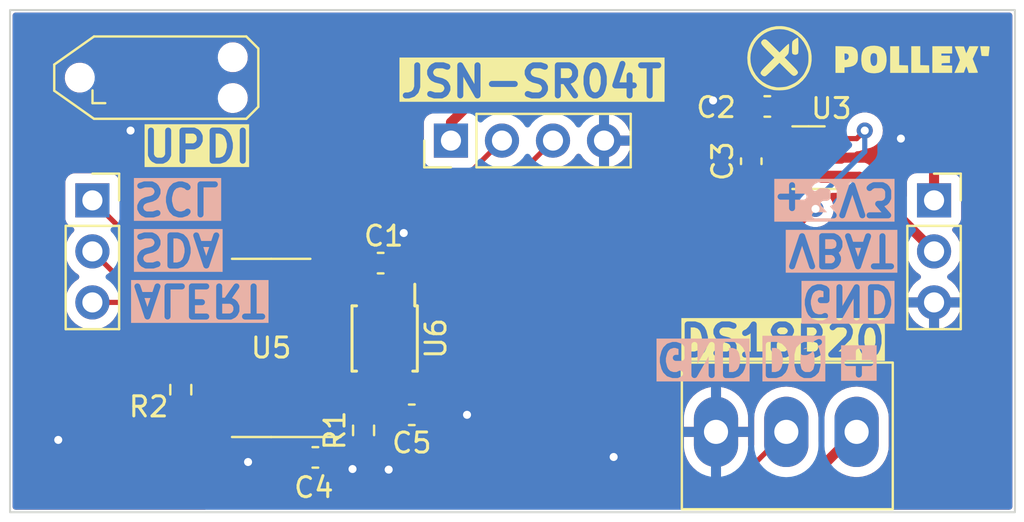
<source format=kicad_pcb>
(kicad_pcb (version 20221018) (generator pcbnew)
  (layers (0 "F.Cu" signal) (31 "B.Cu" signal) (34 "B.Paste" user) (35 "F.Paste" user) (36 "B.SilkS" user "B.Silkscreen") (37 "F.SilkS" user "F.Silkscreen") (38 "B.Mask" user) (39 "F.Mask" user) (44 "Edge.Cuts" user))
  (net 0 "")
  (net 1 "+3V3")
  (net 2 "GND")
  (net 3 "Net-(U3-BP)")
  (net 4 "+5V?")
  (net 6 "/UPDI")
  (net 13 "/I2C_SCL")
  (net 14 "/I2C_SDA")
  (net 15 "/SMBALERT")
  (net 16 "/UART_TX_High")
  (net 17 "/UART_RX_High")
  (net 18 "+BATT")
  (net 19 "/5V_EN")
  (net 20 "/OneWire_Low")
  (net 21 "/UART_RX_Low")
  (net 22 "/UART_TX_Low")
  (net 23 "/OW_VCC")
  (footprint "Resistor_SMD:R_0603_1608Metric" (layer "F.Cu") (at 108.5 118.9 -90)
    (fp_text reference "R2" (at 0.85 1.6) (layer "F.SilkS"))
    (fp_text value "4k7")
    (fp_line (start -0.237258 -0.5225) (end 0.237258 -0.5225) (stroke (width 0.12)) (layer "F.SilkS"))
    (fp_line (start -0.237258 0.5225) (end 0.237258 0.5225) (stroke (width 0.12)) (layer "F.SilkS"))
    (pad "1" smd roundrect (at -0.825 0 270) (size 0.8 0.95) (layers "F.Cu" "F.Paste" "F.Mask") (net 23 "/OW_VCC"))
    (pad "2" smd roundrect (at 0.825 0 270) (size 0.8 0.95) (layers "F.Cu" "F.Paste" "F.Mask") (net 20 "/OneWire_Low"))
  )
  (footprint "Logos:logo-pollex-15mm" (layer "F.Cu") (at 144.2 102.4)
    (fp_text reference "G***" hide)
    (fp_text value "LOGO" hide)
    (fp_poly (pts (xy 0.064304 -0.129357) (xy 0.064304 0.341454) (xy 0.284009 0.347563) (xy 0.503713 0.353671) (xy 0.509906 0.541224) (xy 0.5161 0.728777) (xy 0.065139 0.728777) (xy -0.385823 0.728777) (xy -0.385823 0.064304) (xy -0.385823 -0.600168) (xy -0.160759 -0.600168) (xy 0.064304 -0.600168)) (fill solid) (layer "F.SilkS"))
    (fp_poly (pts (xy 1.114599 -0.129357) (xy 1.114599 0.341454) (xy 1.334304 0.347563) (xy 1.554009 0.353671) (xy 1.560202 0.541224) (xy 1.566395 0.728777) (xy 1.115434 0.728777) (xy 0.664473 0.728777) (xy 0.664473 0.064304) (xy 0.664473 -0.600168) (xy 0.889536 -0.600168) (xy 1.114599 -0.600168)) (fill solid) (layer "F.SilkS"))
    (fp_poly (pts (xy 4.441106 -0.598744) (xy 4.513996 -0.594101) (xy 4.55389 -0.585681) (xy 4.565692 -0.573375) (xy 4.56339 -0.541812) (xy 4.557086 -0.478051) (xy 4.547843 -0.392459) (xy 4.540398 -0.326877) (xy 4.514983 -0.107173) (xy 4.336648 -0.107173) (xy 4.255281 -0.109377) (xy 4.193381 -0.115251) (xy 4.160894 -0.123685) (xy 4.158312 -0.127056) (xy 4.155604 -0.158202) (xy 4.148516 -0.219672) (xy 4.138608 -0.299336) (xy 4.127439 -0.385062) (xy 4.116566 -0.464718) (xy 4.107549 -0.526173) (xy 4.105105 -0.541223) (xy 4.09508 -0.600168) (xy 4.330325 -0.600168)) (fill solid) (layer "F.SilkS"))
    (fp_poly (pts (xy 2.70076 -0.417974) (xy 2.70076 -0.23578) (xy 2.432827 -0.23578) (xy 2.164895 -0.23578) (xy 2.164895 -0.182194) (xy 2.164895 -0.128607) (xy 2.379241 -0.128607) (xy 2.593587 -0.128607) (xy 2.593587 0.052811) (xy 2.593587 0.234229) (xy 2.384599 0.240363) (xy 2.288796 0.243568) (xy 2.227926 0.247884) (xy 2.194067 0.255577) (xy 2.179298 0.268909) (xy 2.175699 0.290145) (xy 2.175612 0.300085) (xy 2.175612 0.353671) (xy 2.438186 0.35969) (xy 2.70076 0.365708) (xy 2.70076 0.547242) (xy 2.70076 0.728777) (xy 2.207764 0.728777) (xy 1.714768 0.728777) (xy 1.714768 0.064304) (xy 1.714768 -0.600168) (xy 2.207764 -0.600168) (xy 2.70076 -0.600168)) (fill solid) (layer "F.SilkS"))
    (fp_poly (pts (xy -4.973596 -1.018619) (xy -4.964995 -0.991838) (xy -4.958345 -0.925337) (xy -4.953822 -0.822228) (xy -4.951599 -0.685624) (xy -4.951392 -0.621553) (xy -4.951599 -0.484627) (xy -4.952706 -0.38419) (xy -4.955441 -0.313865) (xy -4.960536 -0.267271) (xy -4.968717 -0.23803) (xy -4.980716 -0.219763) (xy -4.99726 -0.20609) (xy -4.999031 -0.204844) (xy -5.056279 -0.180029) (xy -5.112152 -0.171476) (xy -5.176724 -0.182596) (xy -5.225273 -0.204844) (xy -5.244642 -0.220814) (xy -5.257906 -0.241876) (xy -5.266214 -0.275679) (xy -5.270717 -0.329872) (xy -5.272566 -0.412105) (xy -5.272911 -0.521593) (xy -5.271596 -0.649294) (xy -5.267232 -0.740714) (xy -5.259195 -0.802373) (xy -5.246859 -0.840789) (xy -5.241394 -0.849972) (xy -5.205128 -0.887977) (xy -5.150217 -0.931073) (xy -5.087978 -0.972134) (xy -5.029723 -1.004036) (xy -4.986768 -1.019653)) (fill solid) (layer "F.SilkS"))
    (fp_poly (pts (xy -2.705437 -0.59648) (xy -2.5633 -0.593709) (xy -2.456691 -0.590475) (xy -2.378269 -0.58589) (xy -2.320695 -0.579067) (xy -2.276629 -0.569117) (xy -2.238733 -0.555154) (xy -2.199665 -0.536289) (xy -2.197206 -0.535025) (xy -2.111274 -0.478571) (xy -2.050896 -0.407356) (xy -2.012857 -0.314396) (xy -1.993941 -0.192708) (xy -1.990355 -0.085738) (xy -1.992285 0.018203) (xy -1.999605 0.093039) (xy -2.014616 0.152423) (xy -2.039617 0.210008) (xy -2.040439 0.211639) (xy -2.11218 0.306772) (xy -2.218992 0.377445) (xy -2.360951 0.423697) (xy -2.491772 0.442488) (xy -2.65789 0.456417) (xy -2.65789 0.592597) (xy -2.65789 0.728777) (xy -2.882953 0.728777) (xy -3.108017 0.728777) (xy -3.108017 0.062634) (xy -3.108017 -0.23578) (xy -2.65789 -0.23578) (xy -2.65789 -0.08931) (xy -2.655937 -0.013679) (xy -2.650817 0.044045) (xy -2.643636 0.071413) (xy -2.6436 0.071449) (xy -2.601722 0.085988) (xy -2.546461 0.070288) (xy -2.496156 0.033127) (xy -2.453501 -0.032782) (xy -2.443656 -0.103104) (xy -2.46319 -0.167344) (xy -2.508673 -0.215012) (xy -2.576674 -0.235612) (xy -2.584084 -0.23578) (xy -2.65789 -0.23578) (xy -3.108017 -0.23578) (xy -3.108017 -0.603508)) (fill solid) (layer "F.SilkS"))
    (fp_poly (pts (xy -1.012167 -0.610505) (xy -0.87408 -0.571576) (xy -0.763481 -0.511567) (xy -0.715207 -0.468288) (xy -0.646447 -0.364771) (xy -0.59641 -0.23041) (xy -0.567178 -0.073871) (xy -0.560831 0.096185) (xy -0.564549 0.159054) (xy -0.59283 0.339) (xy -0.64516 0.483985) (xy -0.723357 0.595699) (xy -0.82924 0.675836) (xy -0.964625 0.726087) (xy -1.131332 0.748145) (xy -1.198869 0.749512) (xy -1.341311 0.739399) (xy -1.466206 0.712345) (xy -1.478692 0.708222) (xy -1.599827 0.649384) (xy -1.693613 0.564562) (xy -1.761367 0.451242) (xy -1.804408 0.306911) (xy -1.82405 0.129056) (xy -1.825647 0.046197) (xy -1.824924 0.034827) (xy -1.368924 0.034827) (xy -1.363234 0.141179) (xy -1.344565 0.238034) (xy -1.313154 0.312882) (xy -1.29528 0.335699) (xy -1.24415 0.375306) (xy -1.19203 0.383313) (xy -1.128813 0.365718) (xy -1.079568 0.327327) (xy -1.047634 0.254985) (xy -1.032483 0.146702) (xy -1.033359 0.004776) (xy -1.039638 -0.087582) (xy -1.048548 -0.147531) (xy -1.062839 -0.185527) (xy -1.085264 -0.212031) (xy -1.091868 -0.217606) (xy -1.161071 -0.250951) (xy -1.235822 -0.252236) (xy -1.2999 -0.221574) (xy -1.305748 -0.216108) (xy -1.340418 -0.156326) (xy -1.361398 -0.068511) (xy -1.368924 0.034827) (xy -1.824924 0.034827) (xy -1.813546 -0.144119) (xy -1.777383 -0.299931) (xy -1.715809 -0.423096) (xy -1.627473 -0.515468) (xy -1.511026 -0.578902) (xy -1.365119 -0.615254) (xy -1.342254 -0.618289) (xy -1.170605 -0.626645)) (fill solid) (layer "F.SilkS"))
    (fp_poly (pts (xy 3.87475 -0.599569) (xy 3.949026 -0.597946) (xy 3.996108 -0.595567) (xy 4.00827 -0.593373) (xy 3.999823 -0.57259) (xy 3.976496 -0.519603) (xy 3.941308 -0.441163) (xy 3.89728 -0.34402) (xy 3.867369 -0.278455) (xy 3.726468 0.029669) (xy 3.856652 0.36374) (xy 3.899882 0.475559) (xy 3.93704 0.573355) (xy 3.965543 0.650197) (xy 3.98281 0.699149) (xy 3.986836 0.713294) (xy 3.966857 0.719562) (xy 3.912735 0.724612) (xy 3.83319 0.727863) (xy 3.754829 0.728777) (xy 3.522822 0.728777) (xy 3.472405 0.568017) (xy 3.447124 0.492582) (xy 3.425112 0.43613) (xy 3.410302 0.408506) (xy 3.408193 0.407258) (xy 3.395094 0.425965) (xy 3.372863 0.475513) (xy 3.34583 0.546042) (xy 3.339927 0.562659) (xy 3.285455 0.71806) (xy 3.04819 0.724106) (xy 2.810924 0.730153) (xy 2.948352 0.424022) (xy 2.995639 0.316996) (xy 3.03595 0.222539) (xy 3.066228 0.148072) (xy 3.083415 0.10102) (xy 3.086181 0.089439) (xy 3.078494 0.060663) (xy 3.057018 -0.000156) (xy 3.024564 -0.085536) (xy 2.983943 -0.187996) (xy 2.957975 -0.251752) (xy 2.91403 -0.359737) (xy 2.876544 -0.453992) (xy 2.848313 -0.527316) (xy 2.832131 -0.572509) (xy 2.829367 -0.583055) (xy 2.849318 -0.590086) (xy 2.903323 -0.594727) (xy 2.982608 -0.596498) (xy 3.058019 -0.595535) (xy 3.286672 -0.589451) (xy 3.344987 -0.417974) (xy 3.403303 -0.246497) (xy 3.446619 -0.342953) (xy 3.480947 -0.420908) (xy 3.514253 -0.498862) (xy 3.522946 -0.519789) (xy 3.555956 -0.600168) (xy 3.782113 -0.600168)) (fill solid) (layer "F.SilkS"))
    (fp_poly (pts (xy -6.59907 -0.941118) (xy -6.571031 -0.932583) (xy -6.538183 -0.913735) (xy -6.495831 -0.880789) (xy -6.439279 -0.829962) (xy -6.36383 -0.757471) (xy -6.264791 -0.659532) (xy -6.221706 -0.616566) (xy -5.894638 -0.290009) (xy -5.670216 -0.513668) (xy -5.590514 -0.590958) (xy -5.52097 -0.654373) (xy -5.467264 -0.699041) (xy -5.435078 -0.720093) (xy -5.429015 -0.720459) (xy -5.420307 -0.689626) (xy -5.416586 -0.627561) (xy -5.417258 -0.54554) (xy -5.421726 -0.454834) (xy -5.429394 -0.366717) (xy -5.439667 -0.292463) (xy -5.451949 -0.243345) (xy -5.454529 -0.237652) (xy -5.487818 -0.189038) (xy -5.537843 -0.131162) (xy -5.560608 -0.108173) (xy -5.637617 -0.034152) (xy -5.305222 0.300597) (xy -5.186855 0.420744) (xy -5.096929 0.51555) (xy -5.033095 0.589503) (xy -4.993005 0.647091) (xy -4.974309 0.692804) (xy -4.974661 0.73113) (xy -4.991711 0.766557) (xy -5.023111 0.803574) (xy -5.035482 0.816164) (xy -5.104719 0.866048) (xy -5.167889 0.878819) (xy -5.194332 0.875727) (xy -5.223722 0.863974) (xy -5.260595 0.839847) (xy -5.30949 0.79963) (xy -5.374944 0.739608) (xy -5.461495 0.656068) (xy -5.566091 0.552827) (xy -5.894541 0.226834) (xy -6.233635 0.563544) (xy -6.346012 0.674506) (xy -6.432911 0.758419) (xy -6.498775 0.818941) (xy -6.548043 0.859728) (xy -6.585154 0.884436) (xy -6.614551 0.896721) (xy -6.640672 0.900241) (xy -6.642528 0.900254) (xy -6.715429 0.882904) (xy -6.774982 0.837599) (xy -6.810045 0.799646) (xy -6.831854 0.764662) (xy -6.838063 0.72824) (xy -6.826326 0.68597) (xy -6.794294 0.633446) (xy -6.739621 0.566259) (xy -6.65996 0.480001) (xy -6.552965 0.370264) (xy -6.495047 0.31182) (xy -6.152457 -0.033054) (xy -6.47323 -0.354122) (xy -6.592724 -0.474932) (xy -6.68354 -0.570772) (xy -6.74816 -0.646112) (xy -6.78907 -0.705421) (xy -6.808751 -0.753169) (xy -6.809688 -0.793826) (xy -6.794365 -0.831861) (xy -6.765264 -0.871743) (xy -6.762609 -0.874917) (xy -6.71188 -0.922913) (xy -6.657332 -0.941572) (xy -6.626996 -0.943122)) (fill solid) (layer "F.SilkS"))
    (fp_poly (pts (xy -5.656687 -1.587227) (xy -5.408648 -1.530802) (xy -5.180152 -1.439013) (xy -4.973178 -1.315602) (xy -4.789707 -1.164311) (xy -4.631718 -0.988883) (xy -4.501192 -0.79306) (xy -4.40011 -0.580585) (xy -4.330451 -0.3552) (xy -4.294196 -0.120648) (xy -4.293325 0.119329) (xy -4.329818 0.360988) (xy -4.405655 0.600587) (xy -4.448227 0.696625) (xy -4.576263 0.914171) (xy -4.737866 1.109791) (xy -4.927684 1.279027) (xy -5.140369 1.417419) (xy -5.370569 1.520508) (xy -5.47654 1.553673) (xy -5.593763 1.576953) (xy -5.736045 1.592152) (xy -5.888527 1.598833) (xy -6.036352 1.596555) (xy -6.164662 1.584879) (xy -6.216034 1.575564) (xy -6.431414 1.514338) (xy -6.622433 1.431345) (xy -6.760191 1.350225) (xy -6.970431 1.188269) (xy -7.148534 1.000216) (xy -7.29242 0.789271) (xy -7.400012 0.558638) (xy -7.46923 0.311521) (xy -7.481742 0.237828) (xy -7.497935 -0.00599) (xy -7.342576 -0.00599) (xy -7.330678 0.193212) (xy -7.293483 0.375867) (xy -7.29048 0.385823) (xy -7.196119 0.624713) (xy -7.069415 0.838544) (xy -6.913362 1.024771) (xy -6.730957 1.180852) (xy -6.525194 1.304241) (xy -6.299068 1.392396) (xy -6.055575 1.442771) (xy -6.044557 1.444074) (xy -5.963325 1.447706) (xy -5.856359 1.444928) (xy -5.740127 1.436857) (xy -5.631099 1.424608) (xy -5.551561 1.410665) (xy -5.490186 1.391701) (xy -5.404328 1.358815) (xy -5.307741 1.317469) (xy -5.252923 1.292097) (xy -5.149784 1.239768) (xy -5.066684 1.188489) (xy -4.989211 1.127874) (xy -4.902952 1.047539) (xy -4.87484 1.019675) (xy -4.786798 0.928041) (xy -4.72142 0.849201) (xy -4.66828 0.768697) (xy -4.616951 0.672071) (xy -4.602169 0.641592) (xy -4.557291 0.54176) (xy -4.517046 0.441396) (xy -4.48736 0.355767) (xy -4.47792 0.321519) (xy -4.463354 0.22863) (xy -4.454854 0.110388) (xy -4.452421 -0.019093) (xy -4.456055 -0.1457) (xy -4.465754 -0.255318) (xy -4.477939 -0.321519) (xy -4.56365 -0.569001) (xy -4.682901 -0.790192) (xy -4.834279 -0.983617) (xy -5.016369 -1.147805) (xy -5.22776 -1.281281) (xy -5.467037 -1.382573) (xy -5.508692 -1.395965) (xy -5.689829 -1.434662) (xy -5.888524 -1.448061) (xy -6.087726 -1.436163) (xy -6.270382 -1.398968) (xy -6.280337 -1.395965) (xy -6.479405 -1.323176) (xy -6.649897 -1.233701) (xy -6.805212 -1.119567) (xy -6.913663 -1.019148) (xy -7.050154 -0.866475) (xy -7.156323 -0.708142) (xy -7.240144 -0.530749) (xy -7.29048 -0.385822) (xy -7.329177 -0.204685) (xy -7.342576 -0.00599) (xy -7.497935 -0.00599) (xy -7.49913 -0.02399) (xy -7.475306 -0.280528) (xy -7.411371 -0.52767) (xy -7.308426 -0.7613) (xy -7.167572 -0.977304) (xy -7.150935 -0.998412) (xy -6.970853 -1.189966) (xy -6.767158 -1.34714) (xy -6.543725 -1.468408) (xy -6.30443 -1.552241) (xy -6.05315 -1.597113) (xy -5.79376 -1.601496)) (fill solid) (layer "F.SilkS"))
  )
  (footprint "Capacitor_SMD:C_0603_1608Metric" (layer "F.Cu") (at 137.7 104.8 180)
    (fp_text reference "C2" (at 2.55 -0.05) (layer "F.SilkS"))
    (fp_text value "470p")
    (fp_line (start -0.14058 -0.51) (end 0.14058 -0.51) (stroke (width 0.12)) (layer "F.SilkS"))
    (fp_line (start -0.14058 0.51) (end 0.14058 0.51) (stroke (width 0.12)) (layer "F.SilkS"))
    (pad "1" smd roundrect (at -0.775 0 180) (size 0.9 0.95) (layers "F.Cu" "F.Paste" "F.Mask") (net 3 "Net-(U3-BP)"))
    (pad "2" smd roundrect (at 0.775 0 180) (size 0.9 0.95) (layers "F.Cu" "F.Paste" "F.Mask") (net 2 "GND"))
  )
  (footprint "Connector_PinHeader_2.54mm:PinHeader_1x04_P2.54mm_Vertical" (layer "F.Cu") (at 121.95 106.5 90)
    (fp_text reference "J3" hide)
    (fp_text value "JSN-SR04T")
    (fp_line (start -1.33 -1.33) (end 0 -1.33) (stroke (width 0.12)) (layer "F.SilkS"))
    (fp_line (start -1.33 0) (end -1.33 -1.33) (stroke (width 0.12)) (layer "F.SilkS"))
    (fp_line (start -1.33 1.27) (end -1.33 8.95) (stroke (width 0.12)) (layer "F.SilkS"))
    (fp_line (start -1.33 1.27) (end 1.33 1.27) (stroke (width 0.12)) (layer "F.SilkS"))
    (fp_line (start -1.33 8.95) (end 1.33 8.95) (stroke (width 0.12)) (layer "F.SilkS"))
    (fp_line (start 1.33 1.27) (end 1.33 8.95) (stroke (width 0.12)) (layer "F.SilkS"))
    (pad "1" thru_hole rect (at 0 0 90) (size 1.7 1.7) (drill 1) (layers "*.Cu" "*.Mask") (net 4 "+5V?"))
    (pad "2" thru_hole oval (at 0 2.54 90) (size 1.7 1.7) (drill 1) (layers "*.Cu" "*.Mask") (net 16 "/UART_TX_High"))
    (pad "3" thru_hole oval (at 0 5.08 90) (size 1.7 1.7) (drill 1) (layers "*.Cu" "*.Mask") (net 17 "/UART_RX_High"))
    (pad "4" thru_hole oval (at 0 7.62 90) (size 1.7 1.7) (drill 1) (layers "*.Cu" "*.Mask") (net 2 "GND"))
  )
  (footprint "Capacitor_SMD:C_0603_1608Metric" (layer "F.Cu") (at 118.45 112.6)
    (fp_text reference "C1" (at 0.15 -1.35) (layer "F.SilkS"))
    (fp_text value "100n")
    (fp_line (start -0.14058 -0.51) (end 0.14058 -0.51) (stroke (width 0.12)) (layer "F.SilkS"))
    (fp_line (start -0.14058 0.51) (end 0.14058 0.51) (stroke (width 0.12)) (layer "F.SilkS"))
    (pad "1" smd roundrect (at -0.775 0) (size 0.9 0.95) (layers "F.Cu" "F.Paste" "F.Mask") (net 1 "+3V3"))
    (pad "2" smd roundrect (at 0.775 0) (size 0.9 0.95) (layers "F.Cu" "F.Paste" "F.Mask") (net 2 "GND"))
  )
  (footprint "Resistor_SMD:R_0603_1608Metric" (layer "F.Cu") (at 117.6 120.925 90)
    (fp_text reference "R1" (at 0 -1.43 90) (layer "F.SilkS"))
    (fp_text value "10k")
    (fp_line (start -0.237258 -0.5225) (end 0.237258 -0.5225) (stroke (width 0.12)) (layer "F.SilkS"))
    (fp_line (start -0.237258 0.5225) (end 0.237258 0.5225) (stroke (width 0.12)) (layer "F.SilkS"))
    (pad "1" smd roundrect (at -0.825 0 90) (size 0.8 0.95) (layers "F.Cu" "F.Paste" "F.Mask") (net 2 "GND"))
    (pad "2" smd roundrect (at 0.825 0 90) (size 0.8 0.95) (layers "F.Cu" "F.Paste" "F.Mask") (net 19 "/5V_EN"))
  )
  (footprint "Capacitor_SMD:C_0603_1608Metric" (layer "F.Cu") (at 115.2 122.27)
    (fp_text reference "C4" (at -0.075 1.5) (layer "F.SilkS"))
    (fp_text value "100n")
    (fp_line (start -0.14058 -0.51) (end 0.14058 -0.51) (stroke (width 0.12)) (layer "F.SilkS"))
    (fp_line (start -0.14058 0.51) (end 0.14058 0.51) (stroke (width 0.12)) (layer "F.SilkS"))
    (pad "1" smd roundrect (at -0.775 0) (size 0.9 0.95) (layers "F.Cu" "F.Paste" "F.Mask") (net 1 "+3V3"))
    (pad "2" smd roundrect (at 0.775 0) (size 0.9 0.95) (layers "F.Cu" "F.Paste" "F.Mask") (net 2 "GND"))
  )
  (footprint "Connector_PinSocket_2.54mm:PinSocket_1x03_P2.54mm_Vertical" (layer "F.Cu") (at 146 109.475)
    (fp_text reference "J4" hide)
    (fp_text value "MOD_R")
    (fp_line (start -1.33 1.27) (end -1.33 6.41) (stroke (width 0.12)) (layer "F.SilkS"))
    (fp_line (start -1.33 1.27) (end 1.33 1.27) (stroke (width 0.12)) (layer "F.SilkS"))
    (fp_line (start -1.33 6.41) (end 1.33 6.41) (stroke (width 0.12)) (layer "F.SilkS"))
    (fp_line (start 0 -1.33) (end 1.33 -1.33) (stroke (width 0.12)) (layer "F.SilkS"))
    (fp_line (start 1.33 -1.33) (end 1.33 0) (stroke (width 0.12)) (layer "F.SilkS"))
    (fp_line (start 1.33 1.27) (end 1.33 6.41) (stroke (width 0.12)) (layer "F.SilkS"))
    (pad "1" thru_hole rect (at 0 0) (size 1.7 1.7) (drill 1) (layers "*.Cu" "*.Mask") (net 1 "+3V3"))
    (pad "2" thru_hole oval (at 0 2.54) (size 1.7 1.7) (drill 1) (layers "*.Cu" "*.Mask") (net 18 "+BATT"))
    (pad "3" thru_hole oval (at 0 5.08) (size 1.7 1.7) (drill 1) (layers "*.Cu" "*.Mask") (net 2 "GND"))
  )
  (footprint "Capacitor_SMD:C_0603_1608Metric" (layer "F.Cu") (at 136.9 107.525 90)
    (fp_text reference "C3" (at 0 -1.43 90) (layer "F.SilkS"))
    (fp_text value "1u")
    (fp_line (start -0.14058 -0.51) (end 0.14058 -0.51) (stroke (width 0.12)) (layer "F.SilkS"))
    (fp_line (start -0.14058 0.51) (end 0.14058 0.51) (stroke (width 0.12)) (layer "F.SilkS"))
    (pad "1" smd roundrect (at -0.775 0 90) (size 0.9 0.95) (layers "F.Cu" "F.Paste" "F.Mask") (net 4 "+5V?"))
    (pad "2" smd roundrect (at 0.775 0 90) (size 0.9 0.95) (layers "F.Cu" "F.Paste" "F.Mask") (net 2 "GND"))
  )
  (footprint "Package_SO:SOIC-14_3.9x8.7mm_P1.27mm" (layer "F.Cu") (at 113 116.82 180)
    (fp_text reference "U5" (at 0 0) (layer "F.SilkS"))
    (fp_text value "ATtiny1614-SS")
    (fp_line (start 0 -4.435) (end -3.45 -4.435) (stroke (width 0.12)) (layer "F.SilkS"))
    (fp_line (start 0 -4.435) (end 1.95 -4.435) (stroke (width 0.12)) (layer "F.SilkS"))
    (fp_line (start 0 4.435) (end -1.95 4.435) (stroke (width 0.12)) (layer "F.SilkS"))
    (fp_line (start 0 4.435) (end 1.95 4.435) (stroke (width 0.12)) (layer "F.SilkS"))
    (pad "1" smd roundrect (at -2.475 -3.81 180) (size 1.95 0.6) (layers "F.Cu" "F.Paste" "F.Mask") (net 1 "+3V3"))
    (pad "2" smd roundrect (at -2.475 -2.54 180) (size 1.95 0.6) (layers "F.Cu" "F.Paste" "F.Mask"))
    (pad "3" smd roundrect (at -2.475 -1.27 180) (size 1.95 0.6) (layers "F.Cu" "F.Paste" "F.Mask") (net 19 "/5V_EN"))
    (pad "4" smd roundrect (at -2.475 0 180) (size 1.95 0.6) (layers "F.Cu" "F.Paste" "F.Mask"))
    (pad "5" smd roundrect (at -2.475 1.27 180) (size 1.95 0.6) (layers "F.Cu" "F.Paste" "F.Mask"))
    (pad "6" smd roundrect (at -2.475 2.54 180) (size 1.95 0.6) (layers "F.Cu" "F.Paste" "F.Mask") (net 21 "/UART_RX_Low"))
    (pad "7" smd roundrect (at -2.475 3.81 180) (size 1.95 0.6) (layers "F.Cu" "F.Paste" "F.Mask") (net 22 "/UART_TX_Low"))
    (pad "8" smd roundrect (at 2.475 3.81 180) (size 1.95 0.6) (layers "F.Cu" "F.Paste" "F.Mask") (net 14 "/I2C_SDA"))
    (pad "9" smd roundrect (at 2.475 2.54 180) (size 1.95 0.6) (layers "F.Cu" "F.Paste" "F.Mask") (net 13 "/I2C_SCL"))
    (pad "10" smd roundrect (at 2.475 1.27 180) (size 1.95 0.6) (layers "F.Cu" "F.Paste" "F.Mask") (net 6 "/UPDI"))
    (pad "11" smd roundrect (at 2.475 0 180) (size 1.95 0.6) (layers "F.Cu" "F.Paste" "F.Mask") (net 15 "/SMBALERT"))
    (pad "12" smd roundrect (at 2.475 -1.27 180) (size 1.95 0.6) (layers "F.Cu" "F.Paste" "F.Mask") (net 23 "/OW_VCC"))
    (pad "13" smd roundrect (at 2.475 -2.54 180) (size 1.95 0.6) (layers "F.Cu" "F.Paste" "F.Mask") (net 20 "/OneWire_Low"))
    (pad "14" smd roundrect (at 2.475 -3.81 180) (size 1.95 0.6) (layers "F.Cu" "F.Paste" "F.Mask") (net 2 "GND"))
  )
  (footprint "Package_SO:TSSOP-8_3x3mm_P0.65mm" (layer "F.Cu") (at 118.65 116.35 -90)
    (fp_text reference "U6" (at 0 -2.55 90) (layer "F.SilkS"))
    (fp_text value "TXB0102DCT")
    (fp_line (start -1.625 -1.625) (end -1.625 -1.5) (stroke (width 0.15)) (layer "F.SilkS"))
    (fp_line (start -1.625 -1.625) (end 1.625 -1.625) (stroke (width 0.15)) (layer "F.SilkS"))
    (fp_line (start -1.625 -1.5) (end -2.7 -1.5) (stroke (width 0.15)) (layer "F.SilkS"))
    (fp_line (start -1.625 1.625) (end -1.625 1.4) (stroke (width 0.15)) (layer "F.SilkS"))
    (fp_line (start -1.625 1.625) (end 1.625 1.625) (stroke (width 0.15)) (layer "F.SilkS"))
    (fp_line (start 1.625 -1.625) (end 1.625 -1.4) (stroke (width 0.15)) (layer "F.SilkS"))
    (fp_line (start 1.625 1.625) (end 1.625 1.4) (stroke (width 0.15)) (layer "F.SilkS"))
    (pad "1" smd rect (at -2.15 -0.975 270) (size 1.1 0.4) (layers "F.Cu" "F.Paste" "F.Mask") (net 16 "/UART_TX_High"))
    (pad "2" smd rect (at -2.15 -0.325 270) (size 1.1 0.4) (layers "F.Cu" "F.Paste" "F.Mask") (net 2 "GND"))
    (pad "3" smd rect (at -2.15 0.325 270) (size 1.1 0.4) (layers "F.Cu" "F.Paste" "F.Mask") (net 1 "+3V3"))
    (pad "4" smd rect (at -2.15 0.975 270) (size 1.1 0.4) (layers "F.Cu" "F.Paste" "F.Mask") (net 22 "/UART_TX_Low"))
    (pad "5" smd rect (at 2.15 0.975 270) (size 1.1 0.4) (layers "F.Cu" "F.Paste" "F.Mask") (net 21 "/UART_RX_Low"))
    (pad "6" smd rect (at 2.15 0.325 270) (size 1.1 0.4) (layers "F.Cu" "F.Paste" "F.Mask") (net 19 "/5V_EN"))
    (pad "7" smd rect (at 2.15 -0.325 270) (size 1.1 0.4) (layers "F.Cu" "F.Paste" "F.Mask") (net 4 "+5V?"))
    (pad "8" smd rect (at 2.15 -0.975 270) (size 1.1 0.4) (layers "F.Cu" "F.Paste" "F.Mask") (net 17 "/UART_RX_High"))
  )
  (footprint "Connector:Tag-Connect_TC2050-IDC-NL_2x05_P1.27mm_Vertical" (layer "F.Cu") (at 107.28 103.365)
    (fp_text reference "J1" hide)
    (fp_text value "SWD")
    (fp_line (start -5.08 -0.65) (end -3.1 -2.05) (stroke (width 0.12)) (layer "F.SilkS"))
    (fp_line (start -5.08 0.65) (end -5.08 -0.65) (stroke (width 0.12)) (layer "F.SilkS"))
    (fp_line (start -3.175 1.27) (end -3.175 0.635) (stroke (width 0.12)) (layer "F.SilkS"))
    (fp_line (start -3.1 -2.05) (end 4.48 -2.05) (stroke (width 0.12)) (layer "F.SilkS"))
    (fp_line (start -3.1 2.05) (end -5.08 0.65) (stroke (width 0.12)) (layer "F.SilkS"))
    (fp_line (start -2.54 1.27) (end -3.175 1.27) (stroke (width 0.12)) (layer "F.SilkS"))
    (fp_line (start 4.48 -2.05) (end 5.08 -1.45) (stroke (width 0.12)) (layer "F.SilkS"))
    (fp_line (start 4.48 2.05) (end -3.1 2.05) (stroke (width 0.12)) (layer "F.SilkS"))
    (fp_line (start 4.48 2.05) (end 5.08 1.45) (stroke (width 0.12)) (layer "F.SilkS"))
    (fp_line (start 5.08 -1.45) (end 5.08 1.45) (stroke (width 0.12)) (layer "F.SilkS"))
    (pad "" np_thru_hole circle (at -3.81 0) (size 0.9906 0.9906) (drill 0.9906) (layers "*.Cu" "*.Mask"))
    (pad "" np_thru_hole circle (at 3.81 -1.016) (size 0.9906 0.9906) (drill 0.9906) (layers "*.Cu" "*.Mask"))
    (pad "" np_thru_hole circle (at 3.81 1.016) (size 0.9906 0.9906) (drill 0.9906) (layers "*.Cu" "*.Mask"))
    (pad "1" connect circle (at -2.54 0.635) (size 0.7874 0.7874) (layers "F.Cu" "F.Mask"))
    (pad "2" connect circle (at -1.27 0.635) (size 0.7874 0.7874) (layers "F.Cu" "F.Mask") (net 2 "GND"))
    (pad "3" connect circle (at 0 0.635) (size 0.7874 0.7874) (layers "F.Cu" "F.Mask") (net 6 "/UPDI"))
    (pad "4" connect circle (at 1.27 0.635) (size 0.7874 0.7874) (layers "F.Cu" "F.Mask") (net 1 "+3V3"))
    (pad "5" connect circle (at 2.54 0.635) (size 0.7874 0.7874) (layers "F.Cu" "F.Mask"))
    (pad "6" connect circle (at 2.54 -0.635) (size 0.7874 0.7874) (layers "F.Cu" "F.Mask"))
    (pad "7" connect circle (at 1.27 -0.635) (size 0.7874 0.7874) (layers "F.Cu" "F.Mask"))
    (pad "8" connect circle (at 0 -0.635) (size 0.7874 0.7874) (layers "F.Cu" "F.Mask"))
    (pad "9" connect circle (at -1.27 -0.635) (size 0.7874 0.7874) (layers "F.Cu" "F.Mask"))
    (pad "10" connect circle (at -2.54 -0.635) (size 0.7874 0.7874) (layers "F.Cu" "F.Mask"))
    (zone (net 0) (net_name "") (layer "F.Cu") (connect_pads (clearance 0)) (min_thickness 0.254)
      (keepout (tracks allowed) (vias not_allowed) (pads allowed) (copperpour not_allowed) (footprints not_allowed))
      (fill (thermal_gap 0.508) (thermal_bridge_width 0.508))
      (polygon (pts (xy 104.74 104) (xy 109.82 104) (xy 109.82 102.73) (xy 104.74 102.73)))
    )
  )
  (footprint "Connector_PinSocket_2.54mm:PinSocket_1x03_P2.54mm_Vertical" (layer "F.Cu") (at 104.1 109.475)
    (fp_text reference "J2" hide)
    (fp_text value "MOD_L")
    (fp_line (start -1.33 1.27) (end -1.33 6.41) (stroke (width 0.12)) (layer "F.SilkS"))
    (fp_line (start -1.33 1.27) (end 1.33 1.27) (stroke (width 0.12)) (layer "F.SilkS"))
    (fp_line (start -1.33 6.41) (end 1.33 6.41) (stroke (width 0.12)) (layer "F.SilkS"))
    (fp_line (start 0 -1.33) (end 1.33 -1.33) (stroke (width 0.12)) (layer "F.SilkS"))
    (fp_line (start 1.33 -1.33) (end 1.33 0) (stroke (width 0.12)) (layer "F.SilkS"))
    (fp_line (start 1.33 1.27) (end 1.33 6.41) (stroke (width 0.12)) (layer "F.SilkS"))
    (pad "1" thru_hole rect (at 0 0) (size 1.7 1.7) (drill 1) (layers "*.Cu" "*.Mask") (net 13 "/I2C_SCL"))
    (pad "2" thru_hole oval (at 0 2.54) (size 1.7 1.7) (drill 1) (layers "*.Cu" "*.Mask") (net 14 "/I2C_SDA"))
    (pad "3" thru_hole oval (at 0 5.08) (size 1.7 1.7) (drill 1) (layers "*.Cu" "*.Mask") (net 15 "/SMBALERT"))
  )
  (footprint "Package_TO_SOT_SMD:SOT-23-5" (layer "F.Cu") (at 139.75 107.35 180)
    (fp_text reference "U3" (at -1.1375 2.45) (layer "F.SilkS"))
    (fp_text value "5V LDO")
    (fp_line (start 0 -1.56) (end -1.8 -1.56) (stroke (width 0.12)) (layer "F.SilkS"))
    (fp_line (start 0 -1.56) (end 0.8 -1.56) (stroke (width 0.12)) (layer "F.SilkS"))
    (fp_line (start 0 1.56) (end -0.8 1.56) (stroke (width 0.12)) (layer "F.SilkS"))
    (fp_line (start 0 1.56) (end 0.8 1.56) (stroke (width 0.12)) (layer "F.SilkS"))
    (pad "1" smd roundrect (at -1.1375 -0.95 180) (size 1.325 0.6) (layers "F.Cu" "F.Paste" "F.Mask") (net 18 "+BATT"))
    (pad "2" smd roundrect (at -1.1375 0 180) (size 1.325 0.6) (layers "F.Cu" "F.Paste" "F.Mask") (net 2 "GND"))
    (pad "3" smd roundrect (at -1.1375 0.95 180) (size 1.325 0.6) (layers "F.Cu" "F.Paste" "F.Mask") (net 19 "/5V_EN"))
    (pad "4" smd roundrect (at 1.1375 0.95 180) (size 1.325 0.6) (layers "F.Cu" "F.Paste" "F.Mask") (net 3 "Net-(U3-BP)"))
    (pad "5" smd roundrect (at 1.1375 -0.95 180) (size 1.325 0.6) (layers "F.Cu" "F.Paste" "F.Mask") (net 4 "+5V?"))
  )
  (footprint "Library:TE-Connectivity_3_pin_terminal_block" (layer "F.Cu") (at 133.445 117.55)
    (fp_text reference "U2" hide)
    (fp_text value "DS18B20")
    (fp_rect (start 0 0) (end 10.5 7.3) (stroke (width 0.12)) (fill none) (layer "F.SilkS"))
    (pad "1" thru_hole oval (at 1.7 3.45) (size 2.2 3.5) (drill 1.2) (layers "*.Cu" "*.Mask") (net 2 "GND"))
    (pad "2" thru_hole oval (at 5.2 3.45) (size 2.2 3.5) (drill 1.2) (layers "*.Cu" "*.Mask") (net 20 "/OneWire_Low"))
    (pad "3" thru_hole oval (at 8.7 3.45) (size 2.2 3.5) (drill 1.2) (layers "*.Cu" "*.Mask") (net 23 "/OW_VCC"))
  )
  (footprint "Capacitor_SMD:C_0603_1608Metric" (layer "F.Cu") (at 120 120.15)
    (fp_text reference "C5" (at 0 1.4) (layer "F.SilkS"))
    (fp_text value "100n")
    (fp_line (start -0.14058 -0.51) (end 0.14058 -0.51) (stroke (width 0.12)) (layer "F.SilkS"))
    (fp_line (start -0.14058 0.51) (end 0.14058 0.51) (stroke (width 0.12)) (layer "F.SilkS"))
    (pad "1" smd roundrect (at -0.775 0) (size 0.9 0.95) (layers "F.Cu" "F.Paste" "F.Mask") (net 4 "+5V?"))
    (pad "2" smd roundrect (at 0.775 0) (size 0.9 0.95) (layers "F.Cu" "F.Paste" "F.Mask") (net 2 "GND"))
  )
  (gr_rect (start 100 100) (end 150.025 125) (stroke (width 0.1)) (fill none) (layer "Edge.Cuts"))
  (gr_text "+" (at 142.15 118.7 90) (layer "B.SilkS" knockout) (effects (font (size 1.5 1.5) (thickness 0.3) bold) (justify right mirror)))
  (gr_text "+3V3" (at 144.2 108.52 180) (layer "B.SilkS" knockout) (effects (font (size 1.5 1.5) (thickness 0.3) bold) (justify right bottom mirror)))
  (gr_text "GND" (at 134.5 117.35 180) (layer "B.SilkS" knockout) (effects (font (size 1.5 1.5) (thickness 0.3) bold) (justify mirror)))
  (gr_text "VBAT" (at 144.2 111.06 180) (layer "B.SilkS" knockout) (effects (font (size 1.5 1.5) (thickness 0.3) bold) (justify right bottom mirror)))
  (gr_text "SCL" (at 106 108.479 180) (layer "B.SilkS" knockout) (effects (font (size 1.5 1.5) (thickness 0.3) bold) (justify left bottom mirror)))
  (gr_text "GND" (at 144.2 113.6 180) (layer "B.SilkS" knockout) (effects (font (size 1.5 1.5) (thickness 0.3) bold) (justify right bottom mirror)))
  (gr_text "ALERT" (at 106 113.559 180) (layer "B.SilkS" knockout) (effects (font (size 1.5 1.5) (thickness 0.3) bold) (justify left bottom mirror)))
  (gr_text "DQ" (at 138.95 117.35 180) (layer "B.SilkS" knockout) (effects (font (size 1.5 1.5) (thickness 0.3) bold) (justify mirror)))
  (gr_text "SDA" (at 106 111.019 180) (layer "B.SilkS" knockout) (effects (font (size 1.5 1.5) (thickness 0.3) bold) (justify left bottom mirror)))
  (gr_text "JSN-SR04T" (at 125.95 104.45) (layer "F.SilkS" knockout) (effects (font (size 1.5 1.5) (thickness 0.3) bold) (justify bottom)))
  (gr_text "DS18B20" (at 138.45 117.35) (layer "F.SilkS" knockout) (effects (font (size 1.5 1.5) (thickness 0.3) bold) (justify bottom)))
  (gr_text "UPDI" (at 109.3 107.7) (layer "F.SilkS" knockout) (effects (font (size 1.5 1.5) (thickness 0.3) bold) (justify bottom)))
  (segment (start 115.475 120.63) (end 115.475 121.22) (width 0.5) (layer "F.Cu") (net 1))
  (segment (start 118.325 114.2) (end 118.325 113.25) (width 0.256) (layer "F.Cu") (net 1))
  (segment (start 117.575 110.95) (end 117.575 108.3) (width 0.5) (layer "F.Cu") (net 1))
  (segment (start 115.475 120.63) (end 114.500001 120.63) (width 0.5) (layer "F.Cu") (net 1))
  (segment (start 143.3 102.15) (end 146 104.85) (width 0.5) (layer "F.Cu") (net 1))
  (segment (start 114.500001 120.63) (end 113.75 119.879999) (width 0.5) (layer "F.Cu") (net 1))
  (segment (start 114.11 111.91) (end 114.16 111.91) (width 0.5) (layer "F.Cu") (net 1))
  (segment (start 117.575 108.3) (end 117.575 106.025) (width 0.5) (layer "F.Cu") (net 1))
  (segment (start 146 104.85) (end 146 109.475) (width 0.5) (layer "F.Cu") (net 1))
  (segment (start 108.54 104) (end 108.54 106.34) (width 0.5) (layer "F.Cu") (net 1))
  (segment (start 117.575 106.025) (end 121.45 102.15) (width 0.5) (layer "F.Cu") (net 1))
  (segment (start 117.575 112.75) (end 117.575 110.95) (width 0.5) (layer "F.Cu") (net 1))
  (segment (start 114.16 111.91) (end 115.12 110.95) (width 0.5) (layer "F.Cu") (net 1))
  (segment (start 115.12 110.95) (end 117.575 110.95) (width 0.5) (layer "F.Cu") (net 1))
  (segment (start 121.45 102.15) (end 143.3 102.15) (width 0.5) (layer "F.Cu") (net 1))
  (segment (start 108.54 106.34) (end 114.11 111.91) (width 0.5) (layer "F.Cu") (net 1))
  (segment (start 115.475 121.22) (end 114.425 122.27) (width 0.5) (layer "F.Cu") (net 1))
  (segment (start 113.75 119.879999) (end 113.75 112.32) (width 0.5) (layer "F.Cu") (net 1))
  (segment (start 113.75 112.32) (end 114.16 111.91) (width 0.5) (layer "F.Cu") (net 1))
  (segment (start 118.325 113.25) (end 117.675 112.6) (width 0.256) (layer "F.Cu") (net 1))
  (segment (start 118.975 112.85) (end 119.225 112.6) (width 0.256) (layer "F.Cu") (net 2))
  (segment (start 140.8875 107.35) (end 137.5 107.35) (width 0.5) (layer "F.Cu") (net 2))
  (segment (start 144.35 106.4) (end 143.4 107.35) (width 0.5) (layer "F.Cu") (net 2))
  (segment (start 110.525 121.175) (end 111.85 122.5) (width 0.5) (layer "F.Cu") (net 2))
  (segment (start 117.05 122.85) (end 116.47 122.27) (width 0.5) (layer "F.Cu") (net 2))
  (segment (start 143.4 107.35) (end 140.8875 107.35) (width 0.5) (layer "F.Cu") (net 2))
  (segment (start 136.9 104.825) (end 136.925 104.8) (width 0.5) (layer "F.Cu") (net 2))
  (segment (start 117.720628 121.75) (end 117.6 121.75) (width 0.5) (layer "F.Cu") (net 2))
  (segment (start 118.975 114.2) (end 118.975 112.85) (width 0.256) (layer "F.Cu") (net 2))
  (segment (start 116.47 122.27) (end 115.975 122.27) (width 0.5) (layer "F.Cu") (net 2))
  (segment (start 137.5 107.35) (end 136.9 106.75) (width 0.5) (layer "F.Cu") (net 2))
  (segment (start 118.85 122.879372) (end 117.720628 121.75) (width 0.5) (layer "F.Cu") (net 2))
  (segment (start 136.9 106.75) (end 136.9 104.825) (width 0.5) (layer "F.Cu") (net 2))
  (segment (start 110.525 120.63) (end 110.525 121.175) (width 0.5) (layer "F.Cu") (net 2))
  (segment (start 106 104) (end 106 106) (width 0.5) (layer "F.Cu") (net 2))
  (via (at 122.75 120.15) (size 0.8) (drill 0.4) (layers "F.Cu" "B.Cu") (net 2))
  (via (at 144.35 106.4) (size 0.8) (drill 0.4) (layers "F.Cu" "B.Cu") (net 2))
  (via (at 106 106) (size 0.8) (drill 0.4) (layers "F.Cu" "B.Cu") (net 2))
  (via (at 118.85 122.879372) (size 0.8) (drill 0.4) (layers "F.Cu" "B.Cu") (net 2))
  (via (at 111.85 122.5) (size 0.8) (drill 0.4) (layers "F.Cu" "B.Cu") (net 2))
  (via (at 135 104.5) (size 0.8) (drill 0.4) (layers "F.Cu" "B.Cu") (net 2))
  (via (at 102.4 121.4) (size 0.8) (drill 0.4) (layers "F.Cu" "B.Cu") (net 2))
  (via (at 119.6 111.1) (size 0.8) (drill 0.4) (layers "F.Cu" "B.Cu") (net 2))
  (via (at 117.05 122.85) (size 0.8) (drill 0.4) (layers "F.Cu" "B.Cu") (net 2))
  (via (at 130.05 122.25) (size 0.8) (drill 0.4) (layers "F.Cu" "B.Cu") (net 2))
  (segment (start 138.475 106.2625) (end 138.6125 106.4) (width 0.256) (layer "F.Cu") (net 3))
  (segment (start 138.475 104.8) (end 138.475 106.2625) (width 0.256) (layer "F.Cu") (net 3))
  (segment (start 123.244 104.306) (end 121.95 105.6) (width 0.5) (layer "F.Cu") (net 4))
  (segment (start 119.225 120.15) (end 119.225 120.725) (width 0.5) (layer "F.Cu") (net 4))
  (segment (start 138.6125 109.8875) (end 138.6125 108.3) (width 0.5) (layer "F.Cu") (net 4))
  (segment (start 121.95 105.6) (end 121.95 106.5) (width 0.5) (layer "F.Cu") (net 4))
  (segment (start 136.275 108.3) (end 132.281 104.306) (width 0.5) (layer "F.Cu") (net 4))
  (segment (start 118.975 119.9) (end 119.225 120.15) (width 0.256) (layer "F.Cu") (net 4))
  (segment (start 136.9 108.3) (end 136.275 108.3) (width 0.5) (layer "F.Cu") (net 4))
  (segment (start 138.6125 108.3) (end 136.9 108.3) (width 0.5) (layer "F.Cu") (net 4))
  (segment (start 119.225 120.725) (end 120.95 122.45) (width 0.5) (layer "F.Cu") (net 4))
  (segment (start 126.05 122.45) (end 138.6125 109.8875) (width 0.5) (layer "F.Cu") (net 4))
  (segment (start 118.975 118.5) (end 118.975 119.9) (width 0.256) (layer "F.Cu") (net 4))
  (segment (start 120.95 122.45) (end 126.05 122.45) (width 0.5) (layer "F.Cu") (net 4))
  (segment (start 132.281 104.306) (end 123.244 104.306) (width 0.5) (layer "F.Cu") (net 4))
  (segment (start 107.27 104) (end 107.27 106.72) (width 0.256) (layer "F.Cu") (net 6))
  (segment (start 112.8 114.249999) (end 111.499999 115.55) (width 0.256) (layer "F.Cu") (net 6))
  (segment (start 112.8 112.25) (end 112.8 114.249999) (width 0.256) (layer "F.Cu") (net 6))
  (segment (start 107.27 106.72) (end 112.8 112.25) (width 0.256) (layer "F.Cu") (net 6))
  (segment (start 111.499999 115.55) (end 110.525 115.55) (width 0.256) (layer "F.Cu") (net 6))
  (segment (start 111.6 112.1) (end 106.725 112.1) (width 0.256) (layer "F.Cu") (net 13))
  (segment (start 112.1 113.679999) (end 112.1 112.6) (width 0.256) (layer "F.Cu") (net 13))
  (segment (start 112.1 112.6) (end 111.6 112.1) (width 0.256) (layer "F.Cu") (net 13))
  (segment (start 111.499999 114.28) (end 112.1 113.679999) (width 0.256) (layer "F.Cu") (net 13))
  (segment (start 110.525 114.28) (end 111.499999 114.28) (width 0.256) (layer "F.Cu") (net 13))
  (segment (start 106.725 112.1) (end 104.1 109.475) (width 0.256) (layer "F.Cu") (net 13))
  (segment (start 110.525 113.01) (end 105.095 113.01) (width 0.256) (layer "F.Cu") (net 14))
  (segment (start 105.095 113.01) (end 104.1 112.015) (width 0.256) (layer "F.Cu") (net 14))
  (segment (start 109.22 116.82) (end 110.525 116.82) (width 0.256) (layer "F.Cu") (net 15))
  (segment (start 108.505 114.555) (end 109 115.05) (width 0.256) (layer "F.Cu") (net 15))
  (segment (start 104.1 114.555) (end 108.505 114.555) (width 0.256) (layer "F.Cu") (net 15))
  (segment (start 109 115.05) (end 109 116.6) (width 0.256) (layer "F.Cu") (net 15))
  (segment (start 109 116.6) (end 109.22 116.82) (width 0.256) (layer "F.Cu") (net 15))
  (segment (start 124.49 106.5) (end 121.25 109.74) (width 0.256) (layer "F.Cu") (net 16))
  (segment (start 120.75 114.2) (end 119.625 114.2) (width 0.256) (layer "F.Cu") (net 16))
  (segment (start 124 106.54) (end 123.96 106.5) (width 0.5) (layer "F.Cu") (net 16))
  (segment (start 121.25 109.74) (end 121.25 113.7) (width 0.256) (layer "F.Cu") (net 16))
  (segment (start 121.25 113.7) (end 120.75 114.2) (width 0.256) (layer "F.Cu") (net 16))
  (segment (start 123.8 108.35) (end 121.762 110.388) (width 0.256) (layer "F.Cu") (net 17))
  (segment (start 125.18 108.35) (end 123.8 108.35) (width 0.256) (layer "F.Cu") (net 17))
  (segment (start 127.03 106.5) (end 125.18 108.35) (width 0.256) (layer "F.Cu") (net 17))
  (segment (start 121.762 110.388) (end 121.762 116.363) (width 0.256) (layer "F.Cu") (net 17))
  (segment (start 121.762 116.363) (end 119.625 118.5) (width 0.256) (layer "F.Cu") (net 17))
  (segment (start 140.8875 108.3) (end 142.285 108.3) (width 0.5) (layer "F.Cu") (net 18))
  (segment (start 142.285 108.3) (end 146 112.015) (width 0.5) (layer "F.Cu") (net 18))
  (segment (start 116.85 119.35) (end 117.6 120.1) (width 0.256) (layer "F.Cu") (net 19))
  (segment (start 117.6 120.1) (end 120.7 123.2) (width 0.256) (layer "F.Cu") (net 19))
  (segment (start 126.8 123.2) (end 140.1 109.9) (width 0.256) (layer "F.Cu") (net 19))
  (segment (start 116.85 118.490001) (end 116.85 119.35) (width 0.256) (layer "F.Cu") (net 19))
  (segment (start 142.15 106.4) (end 140.8875 106.4) (width 0.256) (layer "F.Cu") (net 19))
  (segment (start 118.325 119.375) (end 117.6 120.1) (width 0.256) (layer "F.Cu") (net 19))
  (segment (start 120.7 123.2) (end 126.8 123.2) (width 0.256) (layer "F.Cu") (net 19))
  (segment (start 115.475 118.09) (end 116.449999 118.09) (width 0.256) (layer "F.Cu") (net 19))
  (segment (start 118.325 118.5) (end 118.325 119.375) (width 0.256) (layer "F.Cu") (net 19))
  (segment (start 116.449999 118.09) (end 116.85 118.490001) (width 0.256) (layer "F.Cu") (net 19))
  (segment (start 142.55 106) (end 142.15 106.4) (width 0.256) (layer "F.Cu") (net 19))
  (via (at 142.55 106) (size 0.8) (drill 0.4) (layers "F.Cu" "B.Cu") (net 19))
  (via (at 140.1 109.9) (size 0.8) (drill 0.4) (layers "F.Cu" "B.Cu") (net 19))
  (segment (start 140.1 109.5) (end 140.1 109.9) (width 0.256) (layer "B.Cu") (net 19))
  (segment (start 142.55 106) (end 142.55 107.05) (width 0.256) (layer "B.Cu") (net 19))
  (segment (start 142.55 107.05) (end 140.1 109.5) (width 0.256) (layer "B.Cu") (net 19))
  (segment (start 113.85 123.812) (end 113.95 123.712) (width 0.256) (layer "F.Cu") (net 20))
  (segment (start 138.645 121) (end 138.645 119.445) (width 0.256) (layer "F.Cu") (net 20))
  (segment (start 135.933 123.712) (end 138.645 121) (width 0.256) (layer "F.Cu") (net 20))
  (segment (start 108.5 119.725) (end 108.5 121.37) (width 0.256) (layer "F.Cu") (net 20))
  (segment (start 108.865 119.36) (end 108.5 119.725) (width 0.256) (layer "F.Cu") (net 20))
  (segment (start 108.5 121.37) (end 110.942 123.812) (width 0.256) (layer "F.Cu") (net 20))
  (segment (start 110.942 123.812) (end 113.85 123.812) (width 0.256) (layer "F.Cu") (net 20))
  (segment (start 110.525 119.36) (end 108.865 119.36) (width 0.256) (layer "F.Cu") (net 20))
  (segment (start 113.95 123.712) (end 135.933 123.712) (width 0.256) (layer "F.Cu") (net 20))
  (segment (start 116.449999 114.28) (end 117.675 115.505001) (width 0.256) (layer "F.Cu") (net 21))
  (segment (start 117.675 115.505001) (end 117.675 118.5) (width 0.256) (layer "F.Cu") (net 21))
  (segment (start 115.475 114.28) (end 116.449999 114.28) (width 0.256) (layer "F.Cu") (net 21))
  (segment (start 116.485 113.01) (end 117.675 114.2) (width 0.256) (layer "F.Cu") (net 22))
  (segment (start 115.475 113.01) (end 116.485 113.01) (width 0.256) (layer "F.Cu") (net 22))
  (segment (start 107.2 120.966611) (end 110.679389 124.446) (width 0.5) (layer "F.Cu") (net 23))
  (segment (start 107.675 118.075) (end 107.2 118.55) (width 0.5) (layer "F.Cu") (net 23))
  (segment (start 110.679389 124.446) (end 138.699 124.446) (width 0.5) (layer "F.Cu") (net 23))
  (segment (start 110.525 118.09) (end 109.37 118.09) (width 0.256) (layer "F.Cu") (net 23))
  (segment (start 109.37 118.09) (end 109.355 118.075) (width 0.256) (layer "F.Cu") (net 23))
  (segment (start 109.355 118.075) (end 108.5 118.075) (width 0.256) (layer "F.Cu") (net 23))
  (segment (start 108.5 118.075) (end 107.675 118.075) (width 0.5) (layer "F.Cu") (net 23))
  (segment (start 107.2 118.55) (end 107.2 120.966611) (width 0.5) (layer "F.Cu") (net 23))
  (segment (start 138.699 124.446) (end 142.145 121) (width 0.5) (layer "F.Cu") (net 23))
  (zone (net 2) (net_name "GND") (layers "F&B.Cu") (connect_pads (clearance 0.5)) (min_thickness 0.3) (fill yes (thermal_gap 0.5) (thermal_bridge_width 0.5))
    (polygon (pts (xy 99.5 99.5) (xy 150.5 99.5) (xy 150.5 125.5) (xy 99.5 125.5)))
  )
)
</source>
